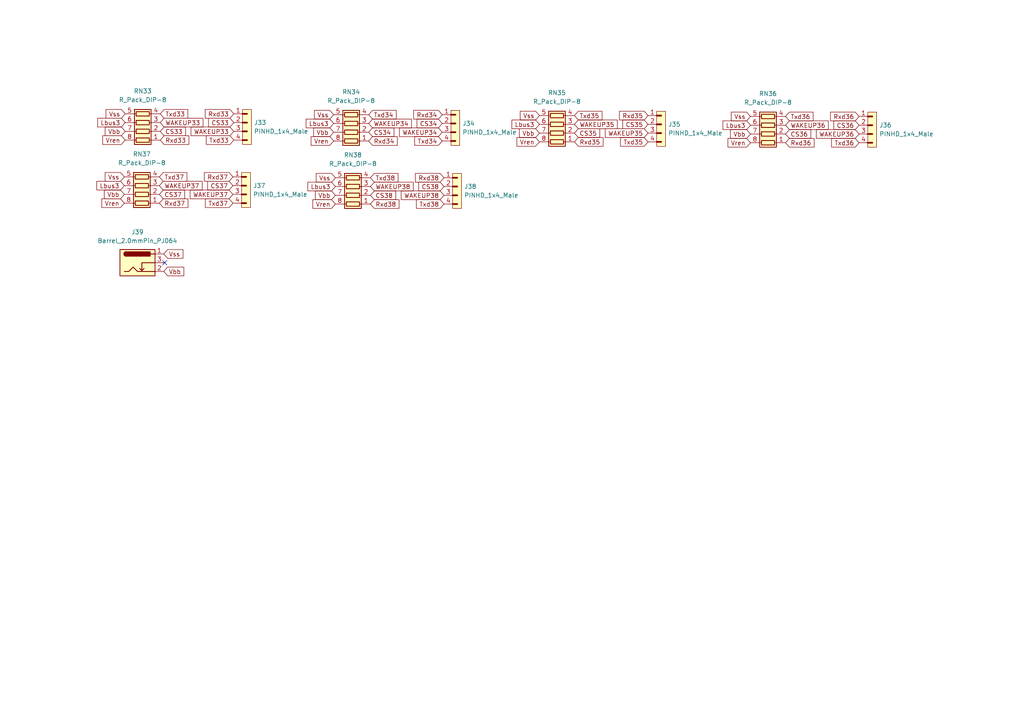
<source format=kicad_sch>
(kicad_sch (version 20231120) (generator "eeschema") (generator_version "8.0")
  (paper "A4")
  (lib_symbols
    (symbol "PCM_4ms_Jack:Barrel_2.0mmPin_PJ064" (pin_names hide)
      (property "Reference" "J" (at 0 5.334 0))
      (property "Value" "Barrel_2.0mmPin_PJ064" (at 0 -5.08 0))
      (symbol "Barrel_2.0mmPin_PJ064_0_1"
        (rectangle (start -5.08 3.81) (end 5.08 -3.81) (stroke (width 0.254)) (fill (type background)))
        (arc (start -3.302 3.175) (mid -3.9342 2.54) (end -3.302 1.905) (stroke (width 0.254)))
        (arc (start -3.302 3.175) (mid -3.9342 2.54) (end -3.302 1.905) (stroke (width 0.254)) (fill (type outline)))
        (polyline (pts (xy 1.27 -2.286) (xy 1.905 -1.651)) (stroke (width 0.254)))
        (polyline (pts (xy 5.08 2.54) (xy 3.81 2.54)) (stroke (width 0.254)))
        (polyline (pts (xy 5.08 0) (xy 1.27 0) (xy 1.27 -2.286) (xy 0.635 -1.651)) (stroke (width 0.254)))
        (polyline (pts (xy -3.81 -2.54) (xy -2.54 -2.54) (xy -1.27 -1.27) (xy 0 -2.54) (xy 2.54 -2.54) (xy 5.08 -2.54)) (stroke (width 0.254)))
        (rectangle (start 3.683 3.175) (end -3.302 1.905) (stroke (width 0.254)) (fill (type outline)))
      )
      (symbol "Barrel_2.0mmPin_PJ064_1_1"
        (pin passive line (at 7.62 2.54 180) (length 2.54) (name "~") (number "1"))
        (pin passive line (at 7.62 -2.54 180) (length 2.54) (name "~") (number "2"))
        (pin passive line (at 7.62 0 180) (length 2.54) (name "~") (number "3"))
      )
    )
    (symbol "PCM_Resistor_AKL:R_Pack_DIP-8" (pin_names (offset 0.002) hide)
      (property "Reference" "RN" (at 5.08 1.27 0))
      (property "Value" "R_Pack_DIP-8" (at 5.08 -1.27 0))
      (symbol "R_Pack_DIP-8_0_1"
        (rectangle (start -6.35 -2.413) (end 3.81 2.413) (stroke (width 0.254)) (fill (type background)))
        (rectangle (start -5.715 1.905) (end -4.445 -1.905) (stroke (width 0.254)))
        (rectangle (start -3.175 1.905) (end -1.905 -1.905) (stroke (width 0.254)))
        (rectangle (start -0.635 1.905) (end 0.635 -1.905) (stroke (width 0.254)))
        (polyline (pts (xy -5.08 -2.54) (xy -5.08 -1.905)))
        (polyline (pts (xy -5.08 1.905) (xy -5.08 2.54)))
        (polyline (pts (xy -2.54 -2.54) (xy -2.54 -1.905)))
        (polyline (pts (xy -2.54 1.905) (xy -2.54 2.54)))
        (polyline (pts (xy 0 -2.54) (xy 0 -1.905)))
        (polyline (pts (xy 0 1.905) (xy 0 2.54)))
        (polyline (pts (xy 2.54 -2.54) (xy 2.54 -1.905)))
        (polyline (pts (xy 2.54 1.905) (xy 2.54 2.54)))
        (rectangle (start 1.905 1.905) (end 3.175 -1.905) (stroke (width 0.254)))
      )
      (symbol "R_Pack_DIP-8_1_1"
        (pin passive line (at -5.08 -5.08 90) (length 2.54) (name "R1.1") (number "1"))
        (pin passive line (at -2.54 -5.08 90) (length 2.54) (name "R2.1") (number "2"))
        (pin passive line (at 0 -5.08 90) (length 2.54) (name "R3.1") (number "3"))
        (pin passive line (at 2.54 -5.08 90) (length 2.54) (name "R4.1") (number "4"))
        (pin passive line (at 2.54 5.08 270) (length 2.54) (name "R4.2") (number "5"))
        (pin passive line (at 0 5.08 270) (length 2.54) (name "R3.2") (number "6"))
        (pin passive line (at -2.54 5.08 270) (length 2.54) (name "R2.2") (number "7"))
        (pin passive line (at -5.08 5.08 270) (length 2.54) (name "R1.2") (number "8"))
      )
    )
    (symbol "PCM_SL_Pin_Headers:PINHD_1x4_Male"
      (property "Reference" "J" (at 0 8.89 0))
      (property "Value" "PINHD_1x4_Male" (at 0 6.35 0))
      (symbol "PINHD_1x4_Male_0_1"
        (rectangle (start -1.27 5.08) (end 1.27 -5.08) (fill (type background)))
        (polyline (pts (xy -1.27 -3.81) (xy 0 -3.81)) (stroke (width 0.3)))
        (polyline (pts (xy -1.27 -3.81) (xy 0 -3.81)) (stroke (width 0.5)))
        (polyline (pts (xy -1.27 -1.27) (xy 0 -1.27)) (stroke (width 0.3)))
        (polyline (pts (xy -1.27 -1.27) (xy 0 -1.27)) (stroke (width 0.5)))
        (polyline (pts (xy -1.27 1.27) (xy 0 1.27)) (stroke (width 0.3)))
        (polyline (pts (xy -1.27 1.27) (xy 0 1.27)) (stroke (width 0.5)))
        (polyline (pts (xy -1.27 3.81) (xy 0 3.81)) (stroke (width 0.3)))
        (polyline (pts (xy -1.27 3.81) (xy 0 3.81)) (stroke (width 0.5)))
      )
      (symbol "PINHD_1x4_Male_1_1"
        (pin passive line (at -3.81 3.81 0) (length 2.54) (name "") (number "1"))
        (pin passive line (at -3.81 1.27 0) (length 2.54) (name "") (number "2"))
        (pin passive line (at -3.81 -1.27 0) (length 2.54) (name "") (number "3"))
        (pin passive line (at -3.81 -3.81 0) (length 2.54) (name "") (number "4"))
      )
    )
  )
  (no_connect (at 47.752 76.2))
  (wire (pts (xy 47.752 76.2) (xy 47.498 76.2)))
  (global_label "CS33" (shape input) (at 46.482 38.1 0) (property "Intersheetrefs" "${INTERSHEET_REFS}" (effects (hide yes))))
  (global_label "Lbus3" (shape input) (at 97.282 54.102 180) (property "Intersheetrefs" "${INTERSHEET_REFS}" (effects (hide yes))))
  (global_label "Rxd36" (shape input) (at 227.838 41.402 0) (property "Intersheetrefs" "${INTERSHEET_REFS}" (effects (hide yes))))
  (global_label "CS38" (shape input) (at 128.778 54.102 180) (property "Intersheetrefs" "${INTERSHEET_REFS}" (effects (hide yes))))
  (global_label "Vren" (shape input) (at 217.678 41.402 180) (property "Intersheetrefs" "${INTERSHEET_REFS}" (effects (hide yes))))
  (global_label "CS37" (shape input) (at 46.228 56.388 0) (property "Intersheetrefs" "${INTERSHEET_REFS}" (effects (hide yes))))
  (global_label "Vss" (shape input) (at 96.774 33.274 180) (property "Intersheetrefs" "${INTERSHEET_REFS}" (effects (hide yes))))
  (global_label "Lbus3" (shape input) (at 156.464 36.068 180) (property "Intersheetrefs" "${INTERSHEET_REFS}" (effects (hide yes))))
  (global_label "Vss" (shape input) (at 156.464 33.528 180) (property "Intersheetrefs" "${INTERSHEET_REFS}" (effects (hide yes))))
  (global_label "Txd34" (shape input) (at 106.934 33.274 0) (property "Intersheetrefs" "${INTERSHEET_REFS}" (effects (hide yes))))
  (global_label "Vbb" (shape input) (at 217.678 38.862 180) (property "Intersheetrefs" "${INTERSHEET_REFS}" (effects (hide yes))))
  (global_label "Rxd37" (shape input) (at 67.564 51.308 180) (property "Intersheetrefs" "${INTERSHEET_REFS}" (effects (hide yes))))
  (global_label "CS35" (shape input) (at 187.96 36.068 180) (property "Intersheetrefs" "${INTERSHEET_REFS}" (effects (hide yes))))
  (global_label "Txd35" (shape input) (at 187.96 41.148 180) (property "Intersheetrefs" "${INTERSHEET_REFS}" (effects (hide yes))))
  (global_label "CS37" (shape input) (at 67.564 53.848 180) (property "Intersheetrefs" "${INTERSHEET_REFS}" (effects (hide yes))))
  (global_label "Txd36" (shape input) (at 249.174 41.402 180) (property "Intersheetrefs" "${INTERSHEET_REFS}" (effects (hide yes))))
  (global_label "Txd37" (shape input) (at 67.564 58.928 180) (property "Intersheetrefs" "${INTERSHEET_REFS}" (effects (hide yes))))
  (global_label "WAKEUP35" (shape input) (at 166.624 36.068 0) (property "Intersheetrefs" "${INTERSHEET_REFS}" (effects (hide yes))))
  (global_label "Rxd38" (shape input) (at 107.442 59.182 0) (property "Intersheetrefs" "${INTERSHEET_REFS}" (effects (hide yes))))
  (global_label "WAKEUP36" (shape input) (at 227.838 36.322 0) (property "Intersheetrefs" "${INTERSHEET_REFS}" (effects (hide yes))))
  (global_label "Lbus3" (shape input) (at 36.322 35.56 180) (property "Intersheetrefs" "${INTERSHEET_REFS}" (effects (hide yes))))
  (global_label "CS36" (shape input) (at 227.838 38.862 0) (property "Intersheetrefs" "${INTERSHEET_REFS}" (effects (hide yes))))
  (global_label "CS34" (shape input) (at 106.934 38.354 0) (property "Intersheetrefs" "${INTERSHEET_REFS}" (effects (hide yes))))
  (global_label "Rxd37" (shape input) (at 46.228 58.928 0) (property "Intersheetrefs" "${INTERSHEET_REFS}" (effects (hide yes))))
  (global_label "WAKEUP37" (shape input) (at 46.228 53.848 0) (property "Intersheetrefs" "${INTERSHEET_REFS}" (effects (hide yes))))
  (global_label "CS34" (shape input) (at 128.27 35.814 180) (property "Intersheetrefs" "${INTERSHEET_REFS}" (effects (hide yes))))
  (global_label "Vss" (shape input) (at 97.282 51.562 180) (property "Intersheetrefs" "${INTERSHEET_REFS}" (effects (hide yes))))
  (global_label "Vren" (shape input) (at 96.774 40.894 180) (property "Intersheetrefs" "${INTERSHEET_REFS}" (effects (hide yes))))
  (global_label "Txd35" (shape input) (at 166.624 33.528 0) (property "Intersheetrefs" "${INTERSHEET_REFS}" (effects (hide yes))))
  (global_label "Vbb" (shape input) (at 36.068 56.388 180) (property "Intersheetrefs" "${INTERSHEET_REFS}" (effects (hide yes))))
  (global_label "CS35" (shape input) (at 166.624 38.608 0) (property "Intersheetrefs" "${INTERSHEET_REFS}" (effects (hide yes))))
  (global_label "WAKEUP38" (shape input) (at 107.442 54.102 0) (property "Intersheetrefs" "${INTERSHEET_REFS}" (effects (hide yes))))
  (global_label "Lbus3" (shape input) (at 36.068 53.848 180) (property "Intersheetrefs" "${INTERSHEET_REFS}" (effects (hide yes))))
  (global_label "Vss" (shape input) (at 217.678 33.782 180) (property "Intersheetrefs" "${INTERSHEET_REFS}" (effects (hide yes))))
  (global_label "Lbus3" (shape input) (at 217.678 36.322 180) (property "Intersheetrefs" "${INTERSHEET_REFS}" (effects (hide yes))))
  (global_label "Txd33" (shape input) (at 67.818 40.64 180) (property "Intersheetrefs" "${INTERSHEET_REFS}" (effects (hide yes))))
  (global_label "Vbb" (shape input) (at 96.774 38.354 180) (property "Intersheetrefs" "${INTERSHEET_REFS}" (effects (hide yes))))
  (global_label "Vbb" (shape input) (at 36.322 38.1 180) (property "Intersheetrefs" "${INTERSHEET_REFS}" (effects (hide yes))))
  (global_label "Vbb" (shape input) (at 156.464 38.608 180) (property "Intersheetrefs" "${INTERSHEET_REFS}" (effects (hide yes))))
  (global_label "Rxd38" (shape input) (at 128.778 51.562 180) (property "Intersheetrefs" "${INTERSHEET_REFS}" (effects (hide yes))))
  (global_label "CS33" (shape input) (at 67.818 35.56 180) (property "Intersheetrefs" "${INTERSHEET_REFS}" (effects (hide yes))))
  (global_label "WAKEUP37" (shape input) (at 67.564 56.388 180) (property "Intersheetrefs" "${INTERSHEET_REFS}" (effects (hide yes))))
  (global_label "WAKEUP33" (shape input) (at 46.482 35.56 0) (property "Intersheetrefs" "${INTERSHEET_REFS}" (effects (hide yes))))
  (global_label "Vren" (shape input) (at 156.464 41.148 180) (property "Intersheetrefs" "${INTERSHEET_REFS}" (effects (hide yes))))
  (global_label "Rxd34" (shape input) (at 106.934 40.894 0) (property "Intersheetrefs" "${INTERSHEET_REFS}" (effects (hide yes))))
  (global_label "WAKEUP34" (shape input) (at 106.934 35.814 0) (property "Intersheetrefs" "${INTERSHEET_REFS}" (effects (hide yes))))
  (global_label "Vss" (shape input) (at 36.068 51.308 180) (property "Intersheetrefs" "${INTERSHEET_REFS}" (effects (hide yes))))
  (global_label "Rxd35" (shape input) (at 166.624 41.148 0) (property "Intersheetrefs" "${INTERSHEET_REFS}" (effects (hide yes))))
  (global_label "Txd37" (shape input) (at 46.228 51.308 0) (property "Intersheetrefs" "${INTERSHEET_REFS}" (effects (hide yes))))
  (global_label "CS38" (shape input) (at 107.442 56.642 0) (property "Intersheetrefs" "${INTERSHEET_REFS}" (effects (hide yes))))
  (global_label "Rxd33" (shape input) (at 67.818 33.02 180) (property "Intersheetrefs" "${INTERSHEET_REFS}" (effects (hide yes))))
  (global_label "Rxd33" (shape input) (at 46.482 40.64 0) (property "Intersheetrefs" "${INTERSHEET_REFS}" (effects (hide yes))))
  (global_label "Txd38" (shape input) (at 107.442 51.562 0) (property "Intersheetrefs" "${INTERSHEET_REFS}" (effects (hide yes))))
  (global_label "Vren" (shape input) (at 36.068 58.928 180) (property "Intersheetrefs" "${INTERSHEET_REFS}" (effects (hide yes))))
  (global_label "Vren" (shape input) (at 97.282 59.182 180) (property "Intersheetrefs" "${INTERSHEET_REFS}" (effects (hide yes))))
  (global_label "Vren" (shape input) (at 36.322 40.64 180) (property "Intersheetrefs" "${INTERSHEET_REFS}" (effects (hide yes))))
  (global_label "CS36" (shape input) (at 249.174 36.322 180) (property "Intersheetrefs" "${INTERSHEET_REFS}" (effects (hide yes))))
  (global_label "Vbb" (shape input) (at 97.282 56.642 180) (property "Intersheetrefs" "${INTERSHEET_REFS}" (effects (hide yes))))
  (global_label "Vbb" (shape input) (at 47.498 78.74 0) (property "Intersheetrefs" "${INTERSHEET_REFS}" (effects (hide yes))))
  (global_label "Txd38" (shape input) (at 128.778 59.182 180) (property "Intersheetrefs" "${INTERSHEET_REFS}" (effects (hide yes))))
  (global_label "Txd33" (shape input) (at 46.482 33.02 0) (property "Intersheetrefs" "${INTERSHEET_REFS}" (effects (hide yes))))
  (global_label "Rxd34" (shape input) (at 128.27 33.274 180) (property "Intersheetrefs" "${INTERSHEET_REFS}" (effects (hide yes))))
  (global_label "Lbus3" (shape input) (at 96.774 35.814 180) (property "Intersheetrefs" "${INTERSHEET_REFS}" (effects (hide yes))))
  (global_label "Vss" (shape input) (at 47.498 73.66 0) (property "Intersheetrefs" "${INTERSHEET_REFS}" (effects (hide yes))))
  (global_label "Txd34" (shape input) (at 128.27 40.894 180) (property "Intersheetrefs" "${INTERSHEET_REFS}" (effects (hide yes))))
  (global_label "Rxd36" (shape input) (at 249.174 33.782 180) (property "Intersheetrefs" "${INTERSHEET_REFS}" (effects (hide yes))))
  (global_label "Txd36" (shape input) (at 227.838 33.782 0) (property "Intersheetrefs" "${INTERSHEET_REFS}" (effects (hide yes))))
  (global_label "WAKEUP34" (shape input) (at 128.27 38.354 180) (property "Intersheetrefs" "${INTERSHEET_REFS}" (effects (hide yes))))
  (global_label "WAKEUP33" (shape input) (at 67.818 38.1 180) (property "Intersheetrefs" "${INTERSHEET_REFS}" (effects (hide yes))))
  (global_label "Rxd35" (shape input) (at 187.96 33.528 180) (property "Intersheetrefs" "${INTERSHEET_REFS}" (effects (hide yes))))
  (global_label "WAKEUP35" (shape input) (at 187.96 38.608 180) (property "Intersheetrefs" "${INTERSHEET_REFS}" (effects (hide yes))))
  (global_label "WAKEUP38" (shape input) (at 128.778 56.642 180) (property "Intersheetrefs" "${INTERSHEET_REFS}" (effects (hide yes))))
  (global_label "Vss" (shape input) (at 36.322 33.02 180) (property "Intersheetrefs" "${INTERSHEET_REFS}" (effects (hide yes))))
  (global_label "WAKEUP36" (shape input) (at 249.174 38.862 180) (property "Intersheetrefs" "${INTERSHEET_REFS}" (effects (hide yes))))
  (symbol (lib_id "PCM_SL_Pin_Headers:PINHD_1x4_Male") (at 71.374 55.118 0) (unit 1)
    (property "Reference" "J37" (at 73.406 53.8479 0) (effects (justify left)))
    (property "Value" "PINHD_1x4_Male" (at 73.406 56.3879 0) (effects (justify left)))
    (property "Footprint" "Connector_PinHeader_2.54mm:PinHeader_1x04_P2.54mm_Vertical" (effects (hide yes)))
    (property "Description" "Pin Header male with pin space 2.54mm. Pin Count -4" (effects (hide yes)))
  )
  (symbol (lib_id "PCM_Resistor_AKL:R_Pack_DIP-8") (at 222.758 36.322 90) (unit 1)
    (property "Reference" "RN36" (at 222.758 27.178 90))
    (property "Value" "R_Pack_DIP-8" (at 222.758 29.718 90))
    (property "Footprint" "PCM_Package_DIP_AKL:DIP-8_W7.62mm_LongPads" (effects (hide yes)))
    (property "Description" "DIP-8 4x Resistor Network, Isolated, European Symbol, Alternate KiCad Library" (effects (hide yes)))
  )
  (symbol (lib_id "PCM_Resistor_AKL:R_Pack_DIP-8") (at 102.362 54.102 90) (unit 1)
    (property "Reference" "RN38" (at 102.362 44.958 90))
    (property "Value" "R_Pack_DIP-8" (at 102.362 47.498 90))
    (property "Footprint" "PCM_Package_DIP_AKL:DIP-8_W7.62mm_LongPads" (effects (hide yes)))
    (property "Description" "DIP-8 4x Resistor Network, Isolated, European Symbol, Alternate KiCad Library" (effects (hide yes)))
  )
  (symbol (lib_id "PCM_Resistor_AKL:R_Pack_DIP-8") (at 161.544 36.068 90) (unit 1)
    (property "Reference" "RN35" (at 161.544 26.924 90))
    (property "Value" "R_Pack_DIP-8" (at 161.544 29.464 90))
    (property "Footprint" "PCM_Package_DIP_AKL:DIP-8_W7.62mm_LongPads" (effects (hide yes)))
    (property "Description" "DIP-8 4x Resistor Network, Isolated, European Symbol, Alternate KiCad Library" (effects (hide yes)))
  )
  (symbol (lib_id "PCM_4ms_Jack:Barrel_2.0mmPin_PJ064") (at 39.878 76.2 0) (unit 1)
    (property "Reference" "J39" (at 39.878 67.31 0))
    (property "Value" "Barrel_2.0mmPin_PJ064" (at 39.878 69.85 0))
    (property "Footprint" "Connector_BarrelJack:BarrelJack_Horizontal" (effects (hide yes)))
    (property "Description" "Barrel Jack, 2.0mm diameter center pin, Vertical, PC-pins" (effects (hide yes)))
    (property "Specifications" "Barrel Jack, 2.0mm diameter center pin, Vertical, PC-pins" (effects (hide yes)))
    (property "Manufacturer" "Wenzhou QingPu Electronics Co" (effects (hide yes)))
    (property "Part Number" "WQP-DC026M (2.0mm center pin)" (effects (hide yes)))
  )
  (symbol (lib_id "PCM_SL_Pin_Headers:PINHD_1x4_Male") (at 132.08 37.084 0) (unit 1)
    (property "Reference" "J34" (at 134.112 35.8139 0) (effects (justify left)))
    (property "Value" "PINHD_1x4_Male" (at 134.112 38.3539 0) (effects (justify left)))
    (property "Footprint" "Connector_PinHeader_2.54mm:PinHeader_1x04_P2.54mm_Vertical" (effects (hide yes)))
    (property "Description" "Pin Header male with pin space 2.54mm. Pin Count -4" (effects (hide yes)))
  )
  (symbol (lib_id "PCM_Resistor_AKL:R_Pack_DIP-8") (at 101.854 35.814 90) (unit 1)
    (property "Reference" "RN34" (at 101.854 26.67 90))
    (property "Value" "R_Pack_DIP-8" (at 101.854 29.21 90))
    (property "Footprint" "PCM_Package_DIP_AKL:DIP-8_W7.62mm_LongPads" (effects (hide yes)))
    (property "Description" "DIP-8 4x Resistor Network, Isolated, European Symbol, Alternate KiCad Library" (effects (hide yes)))
  )
  (symbol (lib_id "PCM_SL_Pin_Headers:PINHD_1x4_Male") (at 132.588 55.372 0) (unit 1)
    (property "Reference" "J38" (at 134.62 54.1019 0) (effects (justify left)))
    (property "Value" "PINHD_1x4_Male" (at 134.62 56.6419 0) (effects (justify left)))
    (property "Footprint" "Connector_PinHeader_2.54mm:PinHeader_1x04_P2.54mm_Vertical" (effects (hide yes)))
    (property "Description" "Pin Header male with pin space 2.54mm. Pin Count -4" (effects (hide yes)))
  )
  (symbol (lib_id "PCM_SL_Pin_Headers:PINHD_1x4_Male") (at 191.77 37.338 0) (unit 1)
    (property "Reference" "J35" (at 193.802 36.0679 0) (effects (justify left)))
    (property "Value" "PINHD_1x4_Male" (at 193.802 38.6079 0) (effects (justify left)))
    (property "Footprint" "Connector_PinHeader_2.54mm:PinHeader_1x04_P2.54mm_Vertical" (effects (hide yes)))
    (property "Description" "Pin Header male with pin space 2.54mm. Pin Count -4" (effects (hide yes)))
  )
  (symbol (lib_id "PCM_Resistor_AKL:R_Pack_DIP-8") (at 41.402 35.56 90) (unit 1)
    (property "Reference" "RN33" (at 41.402 26.416 90))
    (property "Value" "R_Pack_DIP-8" (at 41.402 28.956 90))
    (property "Footprint" "PCM_Package_DIP_AKL:DIP-8_W7.62mm_LongPads" (effects (hide yes)))
    (property "Description" "DIP-8 4x Resistor Network, Isolated, European Symbol, Alternate KiCad Library" (effects (hide yes)))
  )
  (symbol (lib_id "PCM_SL_Pin_Headers:PINHD_1x4_Male") (at 71.628 36.83 0) (unit 1)
    (property "Reference" "J33" (at 73.66 35.5599 0) (effects (justify left)))
    (property "Value" "PINHD_1x4_Male" (at 73.66 38.0999 0) (effects (justify left)))
    (property "Footprint" "Connector_PinHeader_2.54mm:PinHeader_1x04_P2.54mm_Vertical" (effects (hide yes)))
    (property "Description" "Pin Header male with pin space 2.54mm. Pin Count -4" (effects (hide yes)))
  )
  (symbol (lib_id "PCM_Resistor_AKL:R_Pack_DIP-8") (at 41.148 53.848 90) (unit 1)
    (property "Reference" "RN37" (at 41.148 44.704 90))
    (property "Value" "R_Pack_DIP-8" (at 41.148 47.244 90))
    (property "Footprint" "PCM_Package_DIP_AKL:DIP-8_W7.62mm_LongPads" (effects (hide yes)))
    (property "Description" "DIP-8 4x Resistor Network, Isolated, European Symbol, Alternate KiCad Library" (effects (hide yes)))
  )
  (symbol (lib_id "PCM_SL_Pin_Headers:PINHD_1x4_Male") (at 252.984 37.592 0) (unit 1)
    (property "Reference" "J36" (at 255.016 36.3219 0) (effects (justify left)))
    (property "Value" "PINHD_1x4_Male" (at 255.016 38.8619 0) (effects (justify left)))
    (property "Footprint" "Connector_PinHeader_2.54mm:PinHeader_1x04_P2.54mm_Vertical" (effects (hide yes)))
    (property "Description" "Pin Header male with pin space 2.54mm. Pin Count -4" (effects (hide yes)))
  )
)
</source>
